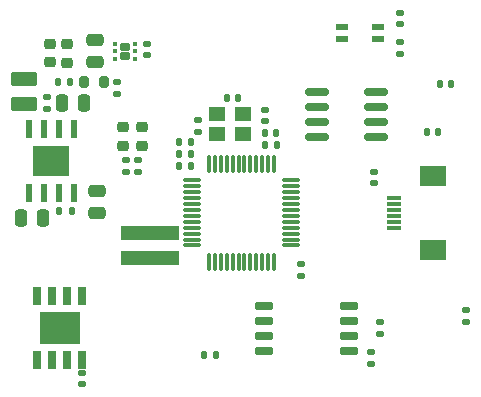
<source format=gbr>
%TF.GenerationSoftware,KiCad,Pcbnew,8.0.4*%
%TF.CreationDate,2024-12-15T23:05:05+02:00*%
%TF.ProjectId,Little Boy - External,4c697474-6c65-4204-926f-79202d204578,rev?*%
%TF.SameCoordinates,Original*%
%TF.FileFunction,Paste,Top*%
%TF.FilePolarity,Positive*%
%FSLAX46Y46*%
G04 Gerber Fmt 4.6, Leading zero omitted, Abs format (unit mm)*
G04 Created by KiCad (PCBNEW 8.0.4) date 2024-12-15 23:05:05*
%MOMM*%
%LPD*%
G01*
G04 APERTURE LIST*
G04 Aperture macros list*
%AMRoundRect*
0 Rectangle with rounded corners*
0 $1 Rounding radius*
0 $2 $3 $4 $5 $6 $7 $8 $9 X,Y pos of 4 corners*
0 Add a 4 corners polygon primitive as box body*
4,1,4,$2,$3,$4,$5,$6,$7,$8,$9,$2,$3,0*
0 Add four circle primitives for the rounded corners*
1,1,$1+$1,$2,$3*
1,1,$1+$1,$4,$5*
1,1,$1+$1,$6,$7*
1,1,$1+$1,$8,$9*
0 Add four rect primitives between the rounded corners*
20,1,$1+$1,$2,$3,$4,$5,0*
20,1,$1+$1,$4,$5,$6,$7,0*
20,1,$1+$1,$6,$7,$8,$9,0*
20,1,$1+$1,$8,$9,$2,$3,0*%
G04 Aperture macros list end*
%ADD10R,3.100000X2.600000*%
%ADD11R,0.600000X1.550000*%
%ADD12RoundRect,0.250000X0.850000X-0.375000X0.850000X0.375000X-0.850000X0.375000X-0.850000X-0.375000X0*%
%ADD13RoundRect,0.135000X0.135000X0.185000X-0.135000X0.185000X-0.135000X-0.185000X0.135000X-0.185000X0*%
%ADD14RoundRect,0.140000X-0.140000X-0.170000X0.140000X-0.170000X0.140000X0.170000X-0.140000X0.170000X0*%
%ADD15RoundRect,0.218750X-0.256250X0.218750X-0.256250X-0.218750X0.256250X-0.218750X0.256250X0.218750X0*%
%ADD16RoundRect,0.135000X0.185000X-0.135000X0.185000X0.135000X-0.185000X0.135000X-0.185000X-0.135000X0*%
%ADD17RoundRect,0.140000X0.140000X0.170000X-0.140000X0.170000X-0.140000X-0.170000X0.140000X-0.170000X0*%
%ADD18RoundRect,0.150000X0.650000X0.150000X-0.650000X0.150000X-0.650000X-0.150000X0.650000X-0.150000X0*%
%ADD19RoundRect,0.250000X0.475000X-0.250000X0.475000X0.250000X-0.475000X0.250000X-0.475000X-0.250000X0*%
%ADD20R,1.400000X1.200000*%
%ADD21RoundRect,0.135000X-0.135000X-0.185000X0.135000X-0.185000X0.135000X0.185000X-0.135000X0.185000X0*%
%ADD22RoundRect,0.250000X0.250000X0.475000X-0.250000X0.475000X-0.250000X-0.475000X0.250000X-0.475000X0*%
%ADD23RoundRect,0.140000X-0.170000X0.140000X-0.170000X-0.140000X0.170000X-0.140000X0.170000X0.140000X0*%
%ADD24RoundRect,0.225000X-0.250000X0.225000X-0.250000X-0.225000X0.250000X-0.225000X0.250000X0.225000X0*%
%ADD25RoundRect,0.172500X0.262500X0.172500X-0.262500X0.172500X-0.262500X-0.172500X0.262500X-0.172500X0*%
%ADD26RoundRect,0.093750X0.093750X0.106250X-0.093750X0.106250X-0.093750X-0.106250X0.093750X-0.106250X0*%
%ADD27RoundRect,0.150000X-0.825000X-0.150000X0.825000X-0.150000X0.825000X0.150000X-0.825000X0.150000X0*%
%ADD28R,0.650000X1.525000*%
%ADD29R,3.400000X2.710000*%
%ADD30RoundRect,0.140000X0.170000X-0.140000X0.170000X0.140000X-0.170000X0.140000X-0.170000X-0.140000X0*%
%ADD31R,5.000000X1.300000*%
%ADD32RoundRect,0.147500X-0.172500X0.147500X-0.172500X-0.147500X0.172500X-0.147500X0.172500X0.147500X0*%
%ADD33R,1.300000X0.300000*%
%ADD34R,2.200000X1.800000*%
%ADD35RoundRect,0.075000X-0.075000X0.662500X-0.075000X-0.662500X0.075000X-0.662500X0.075000X0.662500X0*%
%ADD36RoundRect,0.075000X-0.662500X0.075000X-0.662500X-0.075000X0.662500X-0.075000X0.662500X0.075000X0*%
%ADD37RoundRect,0.250000X-0.250000X-0.475000X0.250000X-0.475000X0.250000X0.475000X-0.250000X0.475000X0*%
%ADD38RoundRect,0.200000X0.200000X0.275000X-0.200000X0.275000X-0.200000X-0.275000X0.200000X-0.275000X0*%
%ADD39R,1.050000X0.600000*%
G04 APERTURE END LIST*
D10*
%TO.C,U2*%
X126900000Y-58600000D03*
D11*
X124994999Y-61300001D03*
X126265000Y-61300000D03*
X127535000Y-61300000D03*
X128805000Y-61299999D03*
X128805001Y-55899999D03*
X127535000Y-55900000D03*
X126265000Y-55900000D03*
X124995000Y-55900001D03*
%TD*%
D12*
%TO.C,L2*%
X124624999Y-53775000D03*
X124625001Y-51625000D03*
%TD*%
D13*
%TO.C,R5*%
X128510001Y-51950000D03*
X127490001Y-51949998D03*
%TD*%
D14*
%TO.C,C2*%
X145000000Y-56250000D03*
X145960000Y-56250000D03*
%TD*%
D15*
%TO.C,D1*%
X134549999Y-55712498D03*
X134550001Y-57287502D03*
%TD*%
D16*
%TO.C,R7*%
X132499999Y-52950000D03*
X132500001Y-51930000D03*
%TD*%
D17*
%TO.C,C6*%
X138709999Y-58029998D03*
X137749999Y-58029998D03*
%TD*%
%TO.C,C13*%
X140819411Y-75000000D03*
X139859411Y-75000000D03*
%TD*%
D18*
%TO.C,U6*%
X152099998Y-74655000D03*
X152100000Y-73385000D03*
X152100000Y-72115000D03*
X152100001Y-70845001D03*
X144900002Y-70845000D03*
X144900000Y-72115000D03*
X144900000Y-73385000D03*
X144899999Y-74654999D03*
%TD*%
D19*
%TO.C,C21*%
X130637497Y-50259178D03*
X130637497Y-48359178D03*
%TD*%
D20*
%TO.C,Y1*%
X140900000Y-56350000D03*
X143100001Y-56349999D03*
X143100000Y-54650000D03*
X140899999Y-54650001D03*
%TD*%
D21*
%TO.C,R12*%
X127590000Y-62850000D03*
X128610000Y-62850000D03*
%TD*%
D22*
%TO.C,C15*%
X126200000Y-63449999D03*
X124300000Y-63449999D03*
%TD*%
D23*
%TO.C,C25*%
X154750000Y-72270000D03*
X154750000Y-73230000D03*
%TD*%
D17*
%TO.C,C7*%
X138709997Y-57029997D03*
X137749997Y-57029997D03*
%TD*%
D24*
%TO.C,C20*%
X126749999Y-48699998D03*
X126749999Y-50250000D03*
%TD*%
D25*
%TO.C,U4*%
X133137502Y-49709176D03*
X133137500Y-48909178D03*
D26*
X134025001Y-49959177D03*
X134025001Y-49309177D03*
X134025001Y-48659177D03*
X132250001Y-48659177D03*
X132250001Y-49309177D03*
X132250001Y-49959177D03*
%TD*%
D27*
%TO.C,U3*%
X149425001Y-52744999D03*
X149425000Y-54015000D03*
X149425000Y-55285000D03*
X149425002Y-56555002D03*
X154374999Y-56555001D03*
X154375000Y-55285000D03*
X154375000Y-54015000D03*
X154374998Y-52744998D03*
%TD*%
D24*
%TO.C,C19*%
X128250000Y-48724999D03*
X128250000Y-50275001D03*
%TD*%
D28*
%TO.C,U7*%
X125690002Y-75424002D03*
X126960001Y-75424001D03*
X128230001Y-75424001D03*
X129500003Y-75424002D03*
X129500000Y-70000000D03*
X128230001Y-70000001D03*
X126960001Y-70000001D03*
X125689999Y-70000000D03*
D29*
X127595001Y-72712001D03*
%TD*%
D16*
%TO.C,R11*%
X153999999Y-75760000D03*
X154000001Y-74740000D03*
%TD*%
D15*
%TO.C,D2*%
X132949999Y-55712495D03*
X132950001Y-57287499D03*
%TD*%
D30*
%TO.C,C27*%
X156400000Y-49508237D03*
X156400000Y-48548237D03*
%TD*%
D17*
%TO.C,C5*%
X138710000Y-59000000D03*
X137750000Y-59000000D03*
%TD*%
D30*
%TO.C,C9*%
X154250000Y-60480000D03*
X154250000Y-59520000D03*
%TD*%
D31*
%TO.C,R4*%
X135250000Y-64725001D03*
X135250002Y-66774999D03*
%TD*%
D16*
%TO.C,R2*%
X134249999Y-59509998D03*
X134250001Y-58489998D03*
%TD*%
D30*
%TO.C,C22*%
X134999997Y-49659179D03*
X134999997Y-48699179D03*
%TD*%
D14*
%TO.C,C4*%
X145020000Y-57250000D03*
X145980000Y-57250000D03*
%TD*%
D30*
%TO.C,C26*%
X156400003Y-47028237D03*
X156400003Y-46068237D03*
%TD*%
%TO.C,C12*%
X129500000Y-77500000D03*
X129500000Y-76540000D03*
%TD*%
D14*
%TO.C,C17*%
X158720448Y-56157502D03*
X159680448Y-56157502D03*
%TD*%
D32*
%TO.C,L1*%
X145000000Y-54250000D03*
X145000000Y-55219996D03*
%TD*%
D14*
%TO.C,R8*%
X159790449Y-52080002D03*
X160750449Y-52080002D03*
%TD*%
D30*
%TO.C,C10*%
X162004999Y-72210000D03*
X162004999Y-71250000D03*
%TD*%
D33*
%TO.C,J5*%
X155950000Y-64250000D03*
X155950001Y-63750000D03*
X155949998Y-63249999D03*
X155950000Y-62750001D03*
X155949999Y-62249999D03*
X155950000Y-61750000D03*
D34*
X159200000Y-66150000D03*
X159200002Y-59849999D03*
%TD*%
D30*
%TO.C,C18*%
X126500000Y-54180001D03*
X126500000Y-53220001D03*
%TD*%
D16*
%TO.C,R1*%
X148049999Y-68310000D03*
X148050001Y-67290000D03*
%TD*%
D35*
%TO.C,U1*%
X145749999Y-58837499D03*
X145249999Y-58837500D03*
X144749997Y-58837498D03*
X144250002Y-58837501D03*
X143750000Y-58837500D03*
X143249999Y-58837498D03*
X142750000Y-58837500D03*
X142250000Y-58837500D03*
X141750000Y-58837502D03*
X141250000Y-58837501D03*
X140750000Y-58837502D03*
X140250001Y-58837499D03*
D36*
X138837499Y-60250001D03*
X138837500Y-60750001D03*
X138837498Y-61250003D03*
X138837501Y-61749998D03*
X138837500Y-62250000D03*
X138837498Y-62750001D03*
X138837500Y-63250000D03*
X138837500Y-63750000D03*
X138837502Y-64250000D03*
X138837501Y-64750000D03*
X138837502Y-65250000D03*
X138837499Y-65749999D03*
D35*
X140250001Y-67162501D03*
X140750001Y-67162500D03*
X141250003Y-67162502D03*
X141749998Y-67162499D03*
X142250000Y-67162500D03*
X142750001Y-67162502D03*
X143250000Y-67162500D03*
X143750000Y-67162500D03*
X144250000Y-67162498D03*
X144750000Y-67162499D03*
X145250000Y-67162498D03*
X145749999Y-67162501D03*
D36*
X147162501Y-65749999D03*
X147162500Y-65249999D03*
X147162502Y-64749997D03*
X147162499Y-64250002D03*
X147162500Y-63750000D03*
X147162502Y-63249999D03*
X147162500Y-62750000D03*
X147162500Y-62250000D03*
X147162498Y-61750000D03*
X147162499Y-61250000D03*
X147162498Y-60750000D03*
X147162501Y-60250001D03*
%TD*%
D16*
%TO.C,R3*%
X133249999Y-59509998D03*
X133250001Y-58489998D03*
%TD*%
D19*
%TO.C,C14*%
X130750000Y-63000000D03*
X130750000Y-61100000D03*
%TD*%
D37*
%TO.C,C16*%
X127800000Y-53700000D03*
X129700000Y-53700000D03*
%TD*%
D17*
%TO.C,C1*%
X142710000Y-53250000D03*
X141750000Y-53250000D03*
%TD*%
D38*
%TO.C,R6*%
X131325000Y-51950000D03*
X129675000Y-51950000D03*
%TD*%
D39*
%TO.C,FL1*%
X151475000Y-47250000D03*
X151475000Y-48250000D03*
X154525000Y-48250000D03*
X154525000Y-47250000D03*
%TD*%
D30*
%TO.C,C3*%
X139350000Y-56130000D03*
X139350000Y-55170000D03*
%TD*%
M02*

</source>
